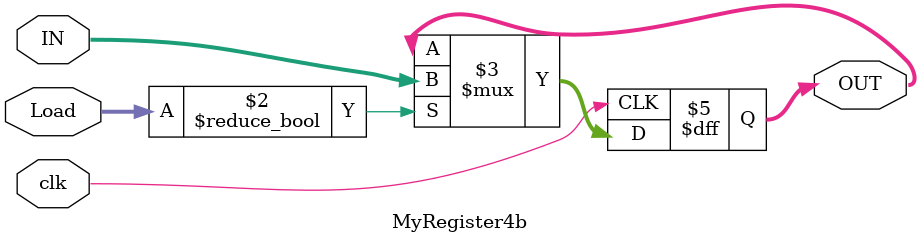
<source format=v>
`timescale 1ns / 1ps
module MyRegister4b(
	input wire clk,
	input wire [3:0] IN,
	input wire [3:0] Load,
	output reg [3:0] OUT
    );
	always @(posedge clk) begin
	if(Load) OUT <= IN;
	end
endmodule

</source>
